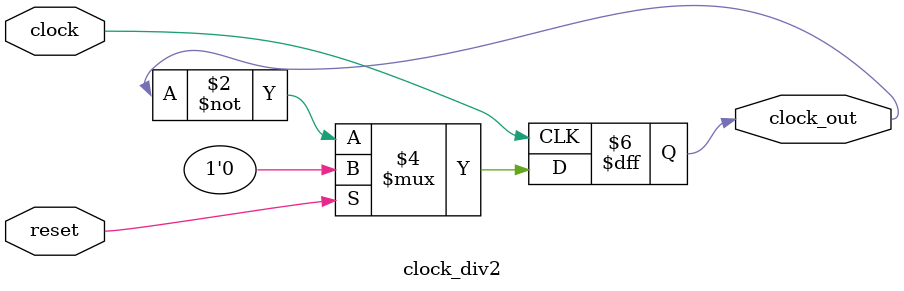
<source format=v>
module clock_div2 (clock_out, clock, reset);
     output reg clock_out;
     input clock;
     input reset;

     always @(posedge clock)
     begin
     if (reset)
          clock_out <= 1'b0;
     else
          clock_out <= ~clock_out;	
     end
endmodule
</source>
